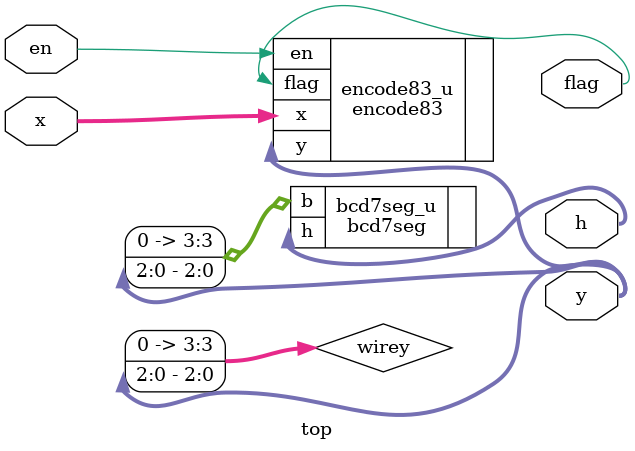
<source format=v>
module top(
	input	[7:0]		x	,
	input				en	,
	
	output	reg			flag,
	output	reg [2:0]	y	,
	output	reg	[6:0]	h	
);
	encode83 encode83_u(
		.x		(x		),
		.en		(en		),
		.y		(y		),
		.flag	(flag	)
	);
	wire [3:0] wirey;
	assign wirey = {1'b0,y};
	bcd7seg bcd7seg_u(
		.b		(wirey		),
		.h		(h		)
	);
endmodule

</source>
